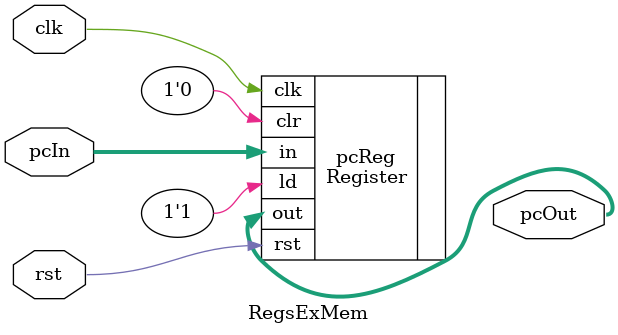
<source format=v>
module RegsExMem(
    input clk, rst,
    input [31:0] pcIn,
    output [31:0] pcOut
);
    Register #(32) pcReg(
        .clk(clk), .rst(rst),
        .in(pcIn), .ld(1'b1), .clr(1'b0),
        .out(pcOut)
    );
endmodule

</source>
